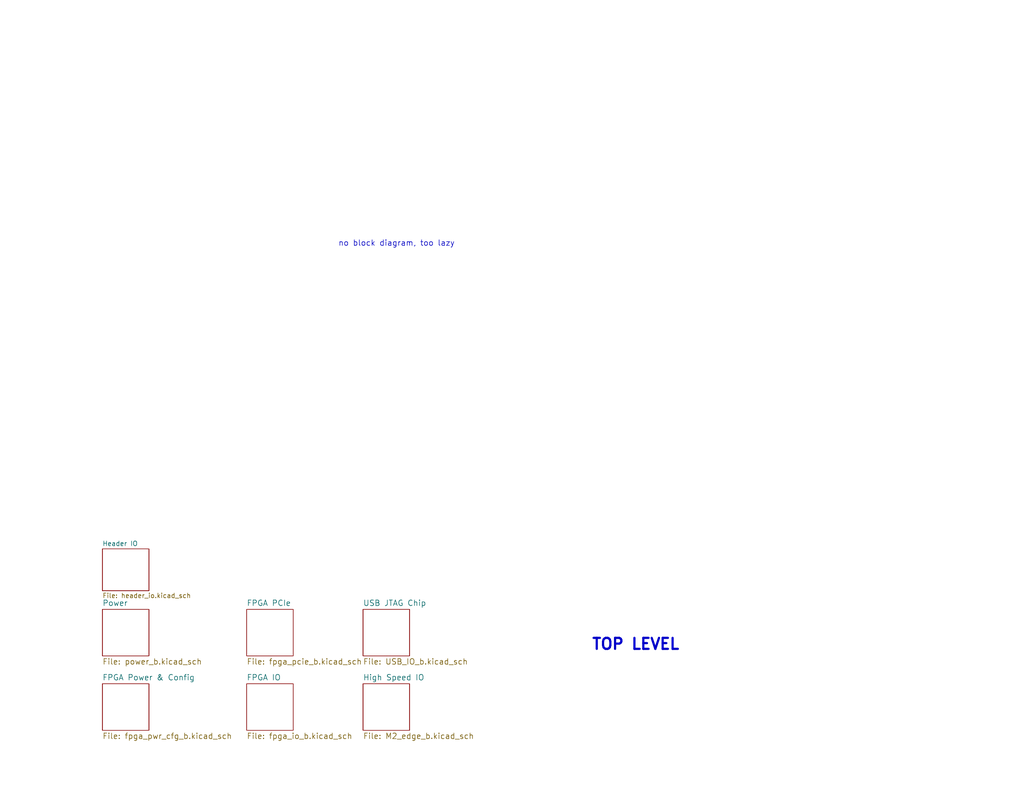
<source format=kicad_sch>
(kicad_sch
	(version 20250114)
	(generator "eeschema")
	(generator_version "9.0")
	(uuid "425a64d6-34ec-416c-8211-1f7c9aeb5428")
	(paper "A")
	(title_block
		(title "hFPGA")
		(date "2025-09-16")
		(rev "D")
		(company "Ethan Yang (github.com/ethanyangtaco115) & Stanely Wang")
		(comment 1 "A modification of the PicoEVB (github.com/RHSResearchLLC/PicoEVB)")
		(comment 2 "An expansion")
	)
	(lib_symbols)
	(text "no block diagram, too lazy"
		(exclude_from_sim no)
		(at 108.204 66.548 0)
		(effects
			(font
				(size 1.524 1.524)
			)
		)
		(uuid "3eaf419e-cbf0-4f2e-9d36-ea3a0d807600")
	)
	(text "TOP LEVEL"
		(exclude_from_sim no)
		(at 161.29 177.8 0)
		(effects
			(font
				(size 2.9972 2.9972)
				(thickness 0.5994)
				(bold yes)
			)
			(justify left bottom)
		)
		(uuid "9d76e32f-6714-4878-980f-291fdf01320f")
	)
	(sheet
		(at 27.94 186.69)
		(size 12.7 12.7)
		(exclude_from_sim no)
		(in_bom yes)
		(on_board yes)
		(dnp no)
		(fields_autoplaced yes)
		(stroke
			(width 0)
			(type solid)
		)
		(fill
			(color 0 0 0 0.0000)
		)
		(uuid "00000000-0000-0000-0000-00005881899d")
		(property "Sheetname" "FPGA Power & Config"
			(at 27.94 185.8514 0)
			(effects
				(font
					(size 1.524 1.524)
				)
				(justify left bottom)
			)
		)
		(property "Sheetfile" "fpga_pwr_cfg_b.kicad_sch"
			(at 27.94 200.0762 0)
			(effects
				(font
					(size 1.524 1.524)
				)
				(justify left top)
			)
		)
		(instances
			(project "PicoEVB"
				(path "/425a64d6-34ec-416c-8211-1f7c9aeb5428"
					(page "3")
				)
			)
		)
	)
	(sheet
		(at 99.06 166.37)
		(size 12.7 12.7)
		(exclude_from_sim no)
		(in_bom yes)
		(on_board yes)
		(dnp no)
		(fields_autoplaced yes)
		(stroke
			(width 0)
			(type solid)
		)
		(fill
			(color 0 0 0 0.0000)
		)
		(uuid "00000000-0000-0000-0000-0000588189a5")
		(property "Sheetname" "USB JTAG Chip"
			(at 99.06 165.5314 0)
			(effects
				(font
					(size 1.524 1.524)
				)
				(justify left bottom)
			)
		)
		(property "Sheetfile" "USB_IO_b.kicad_sch"
			(at 99.06 179.7562 0)
			(effects
				(font
					(size 1.524 1.524)
				)
				(justify left top)
			)
		)
		(instances
			(project "PicoEVB"
				(path "/425a64d6-34ec-416c-8211-1f7c9aeb5428"
					(page "6")
				)
			)
		)
	)
	(sheet
		(at 99.06 186.69)
		(size 12.7 12.7)
		(exclude_from_sim no)
		(in_bom yes)
		(on_board yes)
		(dnp no)
		(fields_autoplaced yes)
		(stroke
			(width 0)
			(type solid)
		)
		(fill
			(color 0 0 0 0.0000)
		)
		(uuid "00000000-0000-0000-0000-0000588189a7")
		(property "Sheetname" "High Speed IO"
			(at 99.06 185.8514 0)
			(effects
				(font
					(size 1.524 1.524)
				)
				(justify left bottom)
			)
		)
		(property "Sheetfile" "M2_edge_b.kicad_sch"
			(at 99.06 200.0762 0)
			(effects
				(font
					(size 1.524 1.524)
				)
				(justify left top)
			)
		)
		(instances
			(project "PicoEVB"
				(path "/425a64d6-34ec-416c-8211-1f7c9aeb5428"
					(page "7")
				)
			)
		)
	)
	(sheet
		(at 67.31 166.37)
		(size 12.7 12.7)
		(exclude_from_sim no)
		(in_bom yes)
		(on_board yes)
		(dnp no)
		(fields_autoplaced yes)
		(stroke
			(width 0)
			(type solid)
		)
		(fill
			(color 0 0 0 0.0000)
		)
		(uuid "00000000-0000-0000-0000-0000594f3239")
		(property "Sheetname" "FPGA PCIe"
			(at 67.31 165.5314 0)
			(effects
				(font
					(size 1.524 1.524)
				)
				(justify left bottom)
			)
		)
		(property "Sheetfile" "fpga_pcie_b.kicad_sch"
			(at 67.31 179.7562 0)
			(effects
				(font
					(size 1.524 1.524)
				)
				(justify left top)
			)
		)
		(instances
			(project "PicoEVB"
				(path "/425a64d6-34ec-416c-8211-1f7c9aeb5428"
					(page "4")
				)
			)
		)
	)
	(sheet
		(at 67.31 186.69)
		(size 12.7 12.7)
		(exclude_from_sim no)
		(in_bom yes)
		(on_board yes)
		(dnp no)
		(fields_autoplaced yes)
		(stroke
			(width 0)
			(type solid)
		)
		(fill
			(color 0 0 0 0.0000)
		)
		(uuid "00000000-0000-0000-0000-0000594f323a")
		(property "Sheetname" "FPGA IO"
			(at 67.31 185.8514 0)
			(effects
				(font
					(size 1.524 1.524)
				)
				(justify left bottom)
			)
		)
		(property "Sheetfile" "fpga_io_b.kicad_sch"
			(at 67.31 200.0762 0)
			(effects
				(font
					(size 1.524 1.524)
				)
				(justify left top)
			)
		)
		(instances
			(project "PicoEVB"
				(path "/425a64d6-34ec-416c-8211-1f7c9aeb5428"
					(page "5")
				)
			)
		)
	)
	(sheet
		(at 27.94 166.37)
		(size 12.7 12.7)
		(exclude_from_sim no)
		(in_bom yes)
		(on_board yes)
		(dnp no)
		(fields_autoplaced yes)
		(stroke
			(width 0)
			(type solid)
		)
		(fill
			(color 0 0 0 0.0000)
		)
		(uuid "00000000-0000-0000-0000-0000594f323b")
		(property "Sheetname" "Power"
			(at 27.94 165.5314 0)
			(effects
				(font
					(size 1.524 1.524)
				)
				(justify left bottom)
			)
		)
		(property "Sheetfile" "power_b.kicad_sch"
			(at 27.94 179.7562 0)
			(effects
				(font
					(size 1.524 1.524)
				)
				(justify left top)
			)
		)
		(instances
			(project "PicoEVB"
				(path "/425a64d6-34ec-416c-8211-1f7c9aeb5428"
					(page "2")
				)
			)
		)
	)
	(sheet
		(at 27.94 149.86)
		(size 12.7 11.43)
		(exclude_from_sim no)
		(in_bom yes)
		(on_board yes)
		(dnp no)
		(fields_autoplaced yes)
		(stroke
			(width 0.1524)
			(type solid)
		)
		(fill
			(color 0 0 0 0.0000)
		)
		(uuid "19ec1fee-c8cb-4416-955e-acac2ff92e77")
		(property "Sheetname" "Header IO"
			(at 27.94 149.1484 0)
			(effects
				(font
					(size 1.27 1.27)
				)
				(justify left bottom)
			)
		)
		(property "Sheetfile" "header_io.kicad_sch"
			(at 27.94 161.8746 0)
			(effects
				(font
					(size 1.27 1.27)
				)
				(justify left top)
			)
		)
		(instances
			(project "PicoEVB"
				(path "/425a64d6-34ec-416c-8211-1f7c9aeb5428"
					(page "8")
				)
			)
		)
	)
	(sheet_instances
		(path "/"
			(page "1")
		)
	)
	(embedded_fonts no)
)

</source>
